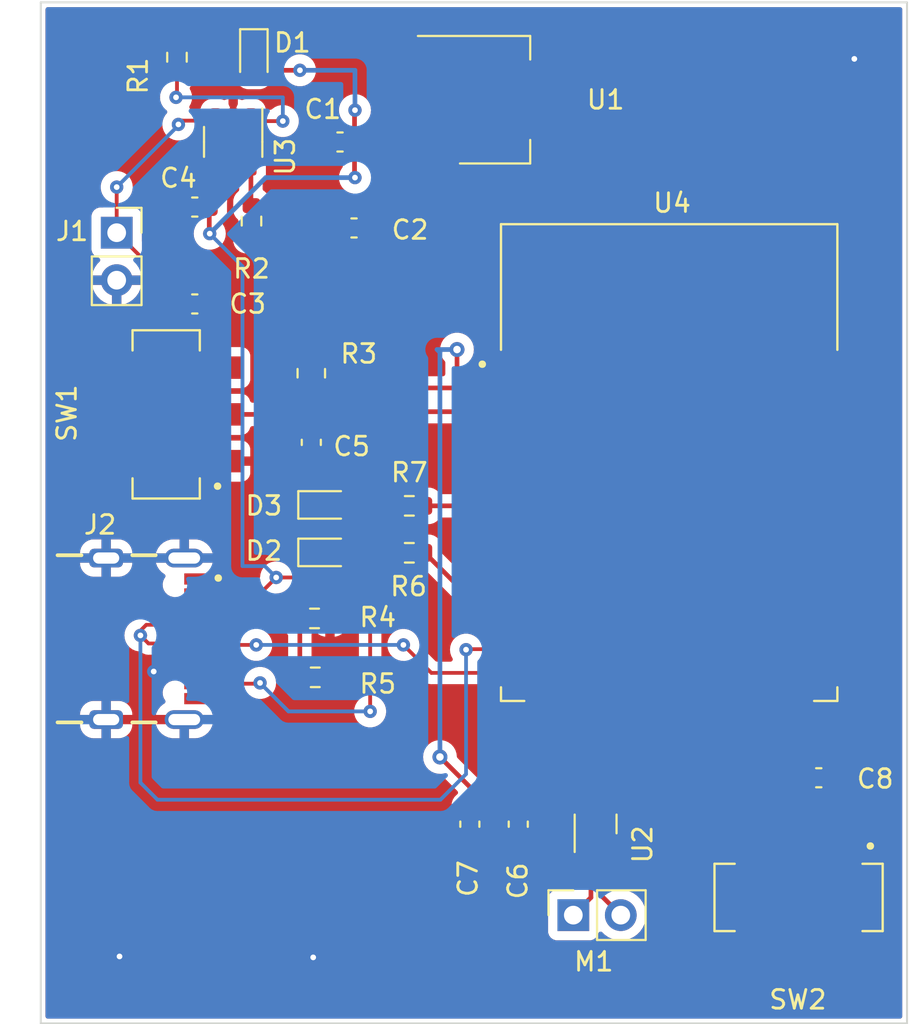
<source format=kicad_pcb>
(kicad_pcb (version 20221018) (generator pcbnew)
  (layers (0 "F.Cu" signal) (31 "B.Cu" signal) (34 "B.Paste" user) (35 "F.Paste" user) (36 "B.SilkS" user "B.Silkscreen") (37 "F.SilkS" user "F.Silkscreen") (38 "B.Mask" user) (39 "F.Mask" user) (44 "Edge.Cuts" user))
  (net 0 "")
  (net 1 "+5V")
  (net 2 "GND")
  (net 3 "motorIn")
  (net 4 "+BATT")
  (net 5 "Net-(U4-EN)")
  (net 6 "Net-(U4-GPIO0)")
  (net 7 "Net-(D1-K)")
  (net 8 "Net-(D2-A)")
  (net 9 "Net-(D3-A)")
  (net 10 "Net-(J2-CC1)")
  (net 11 "D+")
  (net 12 "D-")
  (net 15 "Net-(M1-+)")
  (net 16 "Net-(M1--)")
  (net 17 "Net-(U3-STAT)")
  (net 18 "Net-(U3-PROG)")
  (net 19 "Net-(U4-GPIO8{slash}TOUCH8{slash}ADC1_CH7)")
  (net 20 "Net-(U4-GPIO7{slash}TOUCH7{slash}ADC1_CH6)")
  (net 21 "PH")
  (net 22 "PWM")
  (net 23 "nSleep")
  (footprint "Capacitor_SMD:C_0603_1608Metric" (layer "F.Cu") (at 119.888 121.9578 90)
    (fp_text reference "C5" (at -0.2162 2.159 180) (layer "F.SilkS"))
    (fp_text value ".1uF")
    (fp_line (start -0.14058 -0.51) (end 0.14058 -0.51) (stroke (width 0.12)) (layer "F.SilkS"))
    (fp_line (start -0.14058 0.51) (end 0.14058 0.51) (stroke (width 0.12)) (layer "F.SilkS"))
    (pad "1" smd roundrect (at -0.775 0 90) (size 0.9 0.95) (layers "F.Cu" "F.Paste" "F.Mask") (net 2 "GND"))
    (pad "2" smd roundrect (at 0.775 0 90) (size 0.9 0.95) (layers "F.Cu" "F.Paste" "F.Mask") (net 5 "Net-(U4-EN)"))
  )
  (footprint "Library:GCT_USB4105-GF-A" (layer "F.Cu") (at 108.91 132.465 -90)
    (fp_text reference "J2" (at -6.1 0.325 -180) (layer "F.SilkS"))
    (fp_text value "USB4105-GF-A")
    (fp_line (start -4.47 -2.65) (end -4.47 -1.4) (stroke (width 0.2)) (layer "F.SilkS"))
    (fp_line (start -4.47 1.32) (end -4.47 2.6) (stroke (width 0.2)) (layer "F.SilkS"))
    (fp_line (start 4.47 -2.65) (end 4.47 -1.4) (stroke (width 0.2)) (layer "F.SilkS"))
    (fp_line (start 4.47 2.6) (end 4.47 1.32) (stroke (width 0.2)) (layer "F.SilkS"))
    (fp_circle (center -3.25 -6) (end -3.15 -6) (stroke (width 0.2)) (fill none) (layer "F.SilkS"))
    (pad "" np_thru_hole circle (at -2.89 -3.68 270) (size 0.65 0.65) (drill 0.65) (layers "*.Cu" "*.Mask"))
    (pad "" np_thru_hole circle (at 2.89 -3.68 270) (size 0.65 0.65) (drill 0.65) (layers "*.Cu" "*.Mask"))
    (pad "A1_B12" smd rect (at -3.2 -4.755 270) (size 0.6 1.15) (layers "F.Cu" "F.Paste" "F.Mask") (net 2 "GND"))
    (pad "A4_B9" smd rect (at -2.4 -4.755 270) (size 0.6 1.15) (layers "F.Cu" "F.Paste" "F.Mask") (net 1 "+5V"))
    (pad "A5" smd rect (at -1.25 -4.755 270) (size 0.3 1.15) (layers "F.Cu" "F.Paste" "F.Mask") (net 10 "Net-(J2-CC1)"))
    (pad "A6" smd rect (at -0.25 -4.755 270) (size 0.3 1.15) (layers "F.Cu" "F.Paste" "F.Mask") (net 11 "D+"))
    (pad "A7" smd rect (at 0.25 -4.755 270) (size 0.3 1.15) (layers "F.Cu" "F.Paste" "F.Mask") (net 12 "D-"))
    (pad "A8" smd rect (at 1.25 -4.755 270) (size 0.3 1.15) (layers "F.Cu" "F.Paste" "F.Mask"))
    (pad "B1_A12" smd rect (at 3.2 -4.755 270) (size 0.6 1.15) (layers "F.Cu" "F.Paste" "F.Mask") (net 2 "GND"))
    (pad "B4_A9" smd rect (at 2.4 -4.755 270) (size 0.6 1.15) (layers "F.Cu" "F.Paste" "F.Mask") (net 1 "+5V"))
    (pad "B5" smd rect (at 1.75 -4.755 270) (size 0.3 1.15) (layers "F.Cu" "F.Paste" "F.Mask") (net 2 "GND"))
    (pad "B6" smd rect (at 0.75 -4.755 270) (size 0.3 1.15) (layers "F.Cu" "F.Paste" "F.Mask") (net 11 "D+"))
    (pad "B7" smd rect (at -0.75 -4.755 270) (size 0.3 1.15) (layers "F.Cu" "F.Paste" "F.Mask") (net 12 "D-"))
    (pad "B8" smd rect (at -1.75 -4.755 270) (size 0.3 1.15) (layers "F.Cu" "F.Paste" "F.Mask"))
    (pad "SH1" thru_hole oval (at -4.32 -4.18 270) (size 1 2.1) (drill oval 0.6 1.7) (layers "*.Cu" "*.Mask") (net 2 "GND"))
    (pad "SH2" thru_hole oval (at 4.32 -4.18 270) (size 1 2.1) (drill oval 0.6 1.7) (layers "*.Cu" "*.Mask") (net 2 "GND"))
    (pad "SH3" thru_hole roundrect (at -4.32 0 270) (size 1 1.8) (drill oval 0.6 1.4) (layers "*.Cu" "*.Mask") (net 2 "GND"))
    (pad "SH4" thru_hole roundrect (at 4.32 0 270) (size 1 1.8) (drill oval 0.6 1.4) (layers "*.Cu" "*.Mask") (net 2 "GND"))
  )
  (footprint "Resistor_SMD:R_0603_1608Metric" (layer "F.Cu") (at 120.0997 134.5239 180)
    (fp_text reference "R5" (at -3.3443 -0.3501) (layer "F.SilkS"))
    (fp_text value "5.1 k")
    (fp_line (start -0.237258 -0.5225) (end 0.237258 -0.5225) (stroke (width 0.12)) (layer "F.SilkS"))
    (fp_line (start -0.237258 0.5225) (end 0.237258 0.5225) (stroke (width 0.12)) (layer "F.SilkS"))
    (pad "1" smd roundrect (at -0.825 0 180) (size 0.8 0.95) (layers "F.Cu" "F.Paste" "F.Mask") (net 2 "GND"))
    (pad "2" smd roundrect (at 0.825 0 180) (size 0.8 0.95) (layers "F.Cu" "F.Paste" "F.Mask") (net 10 "Net-(J2-CC1)"))
  )
  (footprint "LED_SMD:LED_0603_1608Metric" (layer "F.Cu") (at 120.6763 127.8428)
    (fp_text reference "D2" (at -3.3283 -0.0808) (layer "F.SilkS"))
    (fp_text value "LED")
    (fp_line (start -1.485 -0.735) (end -1.485 0.735) (stroke (width 0.12)) (layer "F.SilkS"))
    (fp_line (start -1.485 0.735) (end 0.8 0.735) (stroke (width 0.12)) (layer "F.SilkS"))
    (fp_line (start 0.8 -0.735) (end -1.485 -0.735) (stroke (width 0.12)) (layer "F.SilkS"))
    (pad "1" smd roundrect (at -0.7875 0) (size 0.875 0.95) (layers "F.Cu" "F.Paste" "F.Mask") (net 2 "GND"))
    (pad "2" smd roundrect (at 0.7875 0) (size 0.875 0.95) (layers "F.Cu" "F.Paste" "F.Mask") (net 8 "Net-(D2-A)"))
  )
  (footprint "Connector_PinSocket_2.54mm:PinSocket_1x02_P2.54mm_Vertical" (layer "F.Cu") (at 133.9088 147.2438 90)
    (fp_text reference "M1" (at -2.4892 1.0922 180) (layer "F.SilkS"))
    (fp_text value "Motor_DC")
    (fp_line (start -1.33 1.27) (end -1.33 3.87) (stroke (width 0.12)) (layer "F.SilkS"))
    (fp_line (start -1.33 1.27) (end 1.33 1.27) (stroke (width 0.12)) (layer "F.SilkS"))
    (fp_line (start -1.33 3.87) (end 1.33 3.87) (stroke (width 0.12)) (layer "F.SilkS"))
    (fp_line (start 0 -1.33) (end 1.33 -1.33) (stroke (width 0.12)) (layer "F.SilkS"))
    (fp_line (start 1.33 -1.33) (end 1.33 0) (stroke (width 0.12)) (layer "F.SilkS"))
    (fp_line (start 1.33 1.27) (end 1.33 3.87) (stroke (width 0.12)) (layer "F.SilkS"))
    (pad "1" thru_hole rect (at 0 0 90) (size 1.7 1.7) (drill 1) (layers "*.Cu" "*.Mask") (net 15 "Net-(M1-+)"))
    (pad "2" thru_hole oval (at 0 2.54 90) (size 1.7 1.7) (drill 1) (layers "*.Cu" "*.Mask") (net 16 "Net-(M1--)"))
  )
  (footprint "Capacitor_SMD:C_0603_1608Metric" (layer "F.Cu") (at 147.0428 139.8964 180)
    (fp_text reference "C8" (at -3.0204 -0.0576) (layer "F.SilkS"))
    (fp_text value ".1uF")
    (fp_line (start -0.14058 -0.51) (end 0.14058 -0.51) (stroke (width 0.12)) (layer "F.SilkS"))
    (fp_line (start -0.14058 0.51) (end 0.14058 0.51) (stroke (width 0.12)) (layer "F.SilkS"))
    (pad "1" smd roundrect (at -0.775 0 180) (size 0.9 0.95) (layers "F.Cu" "F.Paste" "F.Mask") (net 6 "Net-(U4-GPIO0)"))
    (pad "2" smd roundrect (at 0.775 0 180) (size 0.9 0.95) (layers "F.Cu" "F.Paste" "F.Mask") (net 2 "GND"))
  )
  (footprint "Resistor_SMD:R_0603_1608Metric" (layer "F.Cu") (at 125.1336 125.3536 180)
    (fp_text reference "R7" (at 0 1.7826) (layer "F.SilkS"))
    (fp_text value "165")
    (fp_line (start -0.237258 -0.5225) (end 0.237258 -0.5225) (stroke (width 0.12)) (layer "F.SilkS"))
    (fp_line (start -0.237258 0.5225) (end 0.237258 0.5225) (stroke (width 0.12)) (layer "F.SilkS"))
    (pad "1" smd roundrect (at -0.825 0 180) (size 0.8 0.95) (layers "F.Cu" "F.Paste" "F.Mask") (net 20 "Net-(U4-GPIO7{slash}TOUCH7{slash}ADC1_CH6)"))
    (pad "2" smd roundrect (at 0.825 0 180) (size 0.8 0.95) (layers "F.Cu" "F.Paste" "F.Mask") (net 9 "Net-(D3-A)"))
  )
  (footprint "Capacitor_SMD:C_0603_1608Metric" (layer "F.Cu") (at 113.6526 109.3726 180)
    (fp_text reference "C4" (at 0.8766 1.5496) (layer "F.SilkS"))
    (fp_text value "4.7 uF")
    (fp_line (start -0.14058 -0.51) (end 0.14058 -0.51) (stroke (width 0.12)) (layer "F.SilkS"))
    (fp_line (start -0.14058 0.51) (end 0.14058 0.51) (stroke (width 0.12)) (layer "F.SilkS"))
    (pad "1" smd roundrect (at -0.775 0 180) (size 0.9 0.95) (layers "F.Cu" "F.Paste" "F.Mask") (net 1 "+5V"))
    (pad "2" smd roundrect (at 0.775 0 180) (size 0.9 0.95) (layers "F.Cu" "F.Paste" "F.Mask") (net 2 "GND"))
  )
  (footprint "Resistor_SMD:R_0603_1608Metric" (layer "F.Cu") (at 125.1336 127.8636)
    (fp_text reference "R6" (at -0.0386 1.8034) (layer "F.SilkS"))
    (fp_text value "165")
    (fp_line (start -0.237258 -0.5225) (end 0.237258 -0.5225) (stroke (width 0.12)) (layer "F.SilkS"))
    (fp_line (start -0.237258 0.5225) (end 0.237258 0.5225) (stroke (width 0.12)) (layer "F.SilkS"))
    (pad "1" smd roundrect (at -0.825 0) (size 0.8 0.95) (layers "F.Cu" "F.Paste" "F.Mask") (net 8 "Net-(D2-A)"))
    (pad "2" smd roundrect (at 0.825 0) (size 0.8 0.95) (layers "F.Cu" "F.Paste" "F.Mask") (net 19 "Net-(U4-GPIO8{slash}TOUCH8{slash}ADC1_CH7)"))
  )
  (footprint "Resistor_SMD:R_0603_1608Metric" (layer "F.Cu") (at 120.0611 131.3743)
    (fp_text reference "R4" (at 3.3829 -0.0563) (layer "F.SilkS"))
    (fp_text value "5.1 k")
    (fp_line (start -0.237258 -0.5225) (end 0.237258 -0.5225) (stroke (width 0.12)) (layer "F.SilkS"))
    (fp_line (start -0.237258 0.5225) (end 0.237258 0.5225) (stroke (width 0.12)) (layer "F.SilkS"))
    (pad "1" smd roundrect (at -0.825 0) (size 0.8 0.95) (layers "F.Cu" "F.Paste" "F.Mask") (net 10 "Net-(J2-CC1)"))
    (pad "2" smd roundrect (at 0.825 0) (size 0.8 0.95) (layers "F.Cu" "F.Paste" "F.Mask") (net 2 "GND"))
  )
  (footprint "Package_TO_SOT_SMD:SOT-23-5" (layer "F.Cu") (at 115.7072 105.8873 -90)
    (fp_text reference "U3" (at 0.7927 -2.7838 90) (layer "F.SilkS"))
    (fp_text value "MCP73831-2-OT")
    (fp_line (start 0 -1.56) (end -1.8 -1.56) (stroke (width 0.12)) (layer "F.SilkS"))
    (fp_line (start 0 -1.56) (end 0.8 -1.56) (stroke (width 0.12)) (layer "F.SilkS"))
    (fp_line (start 0 1.56) (end -0.8 1.56) (stroke (width 0.12)) (layer "F.SilkS"))
    (fp_line (start 0 1.56) (end 0.8 1.56) (stroke (width 0.12)) (layer "F.SilkS"))
    (pad "1" smd roundrect (at -1.1375 -0.95 270) (size 1.325 0.6) (layers "F.Cu" "F.Paste" "F.Mask") (net 17 "Net-(U3-STAT)"))
    (pad "2" smd roundrect (at -1.1375 0 270) (size 1.325 0.6) (layers "F.Cu" "F.Paste" "F.Mask") (net 2 "GND"))
    (pad "3" smd roundrect (at -1.1375 0.95 270) (size 1.325 0.6) (layers "F.Cu" "F.Paste" "F.Mask") (net 4 "+BATT"))
    (pad "4" smd roundrect (at 1.1375 0.95 270) (size 1.325 0.6) (layers "F.Cu" "F.Paste" "F.Mask") (net 1 "+5V"))
    (pad "5" smd roundrect (at 1.1375 -0.95 270) (size 1.325 0.6) (layers "F.Cu" "F.Paste" "F.Mask") (net 18 "Net-(U3-PROG)"))
  )
  (footprint "Connector_PinSocket_2.54mm:PinSocket_1x02_P2.54mm_Vertical" (layer "F.Cu") (at 109.474 110.744)
    (fp_text reference "J1" (at -2.3876 -0.0764) (layer "F.SilkS"))
    (fp_text value "Conn_01x02_Pin")
    (fp_line (start -1.33 1.27) (end -1.33 3.87) (stroke (width 0.12)) (layer "F.SilkS"))
    (fp_line (start -1.33 1.27) (end 1.33 1.27) (stroke (width 0.12)) (layer "F.SilkS"))
    (fp_line (start -1.33 3.87) (end 1.33 3.87) (stroke (width 0.12)) (layer "F.SilkS"))
    (fp_line (start 0 -1.33) (end 1.33 -1.33) (stroke (width 0.12)) (layer "F.SilkS"))
    (fp_line (start 1.33 -1.33) (end 1.33 0) (stroke (width 0.12)) (layer "F.SilkS"))
    (fp_line (start 1.33 1.27) (end 1.33 3.87) (stroke (width 0.12)) (layer "F.SilkS"))
    (pad "1" thru_hole rect (at 0 0) (size 1.7 1.7) (drill 1) (layers "*.Cu" "*.Mask") (net 4 "+BATT"))
    (pad "2" thru_hole oval (at 0 2.54) (size 1.7 1.7) (drill 1) (layers "*.Cu" "*.Mask") (net 2 "GND"))
  )
  (footprint "Resistor_SMD:R_0603_1608Metric" (layer "F.Cu") (at 116.6876 110.1224 -90)
    (fp_text reference "R2" (at 2.552 0 -180) (layer "F.SilkS"))
    (fp_text value "2000")
    (fp_line (start -0.237258 -0.5225) (end 0.237258 -0.5225) (stroke (width 0.12)) (layer "F.SilkS"))
    (fp_line (start -0.237258 0.5225) (end 0.237258 0.5225) (stroke (width 0.12)) (layer "F.SilkS"))
    (pad "1" smd roundrect (at -0.825 0 270) (size 0.8 0.95) (layers "F.Cu" "F.Paste" "F.Mask") (net 18 "Net-(U3-PROG)"))
    (pad "2" smd roundrect (at 0.825 0 270) (size 0.8 0.95) (layers "F.Cu" "F.Paste" "F.Mask") (net 2 "GND"))
  )
  (footprint "vibration circuit:SW_JS202011SCQN" (layer "F.Cu") (at 145.963 146.2972 180)
    (fp_text reference "SW2" (at 0.04 -5.4678) (layer "F.SilkS"))
    (fp_text value "Boot")
    (fp_line (start -4.5 -1.8) (end -4.5 1.8) (stroke (width 0.127)) (layer "F.SilkS"))
    (fp_line (start -4.5 1.8) (end -3.42 1.8) (stroke (width 0.127)) (layer "F.SilkS"))
    (fp_line (start -3.42 -1.8) (end -4.5 -1.8) (stroke (width 0.127)) (layer "F.SilkS"))
    (fp_line (start 3.42 1.8) (end 4.5 1.8) (stroke (width 0.127)) (layer "F.SilkS"))
    (fp_line (start 4.5 -1.8) (end 3.42 -1.8) (stroke (width 0.127)) (layer "F.SilkS"))
    (fp_line (start 4.5 1.8) (end 4.5 -1.8) (stroke (width 0.127)) (layer "F.SilkS"))
    (fp_circle (center -3.84 2.75) (end -3.74 2.75) (stroke (width 0.2)) (fill none) (layer "F.SilkS"))
    (pad "1" smd rect (at -2.5 2.75 180) (size 1.2 2.5) (layers "F.Cu" "F.Paste" "F.Mask") (net 6 "Net-(U4-GPIO0)"))
    (pad "2" smd rect (at 0 2.75 180) (size 1.2 2.5) (layers "F.Cu" "F.Paste" "F.Mask") (net 2 "GND"))
    (pad "3" smd rect (at 2.5 2.75 180) (size 1.2 2.5) (layers "F.Cu" "F.Paste" "F.Mask"))
    (pad "4" smd rect (at -2.5 -2.75 180) (size 1.2 2.5) (layers "F.Cu" "F.Paste" "F.Mask"))
    (pad "5" smd rect (at 0 -2.75 180) (size 1.2 2.5) (layers "F.Cu" "F.Paste" "F.Mask"))
    (pad "6" smd rect (at 2.5 -2.75 180) (size 1.2 2.5) (layers "F.Cu" "F.Paste" "F.Mask"))
  )
  (footprint "Capacitor_SMD:C_0603_1608Metric" (layer "F.Cu") (at 128.3716 142.3794 90)
    (fp_text reference "C7" (at -2.9086 -0.1016 90) (layer "F.SilkS"))
    (fp_text value ".1uF")
    (fp_line (start -0.14058 -0.51) (end 0.14058 -0.51) (stroke (width 0.12)) (layer "F.SilkS"))
    (fp_line (start -0.14058 0.51) (end 0.14058 0.51) (stroke (width 0.12)) (layer "F.SilkS"))
    (pad "1" smd roundrect (at -0.775 0 90) (size 0.9 0.95) (layers "F.Cu" "F.Paste" "F.Mask") (net 2 "GND"))
    (pad "2" smd roundrect (at 0.775 0 90) (size 0.9 0.95) (layers "F.Cu" "F.Paste" "F.Mask") (net 3 "motorIn"))
  )
  (footprint "vibration circuit:XCVR_ESP32-S2-SOLO-N4" (layer "F.Cu") (at 139.038 123.0384)
    (fp_text reference "U4" (at 0.154 -13.885) (layer "F.SilkS"))
    (fp_text value "ESP32-S2-SOLO")
    (fp_line (start -9 -12.75) (end 9 -12.75) (stroke (width 0.127)) (layer "F.SilkS"))
    (fp_line (start -9 -6.03) (end -9 -12.75) (stroke (width 0.127)) (layer "F.SilkS"))
    (fp_line (start -9 12.75) (end -9 12.02) (stroke (width 0.127)) (layer "F.SilkS"))
    (fp_line (start -7.755 12.75) (end -9 12.75) (stroke (width 0.127)) (layer "F.SilkS"))
    (fp_line (start 9 -12.75) (end 9 -6.03) (stroke (width 0.127)) (layer "F.SilkS"))
    (fp_line (start 9 12.75) (end 7.755 12.75) (stroke (width 0.127)) (layer "F.SilkS"))
    (fp_line (start 9 12.75) (end 9 12.02) (stroke (width 0.127)) (layer "F.SilkS"))
    (fp_circle (center -10 -5.26) (end -9.9 -5.26) (stroke (width 0.2)) (fill none) (layer "F.SilkS"))
    (pad "1" smd rect (at -8.75 -5.26) (size 1.5 0.9) (layers "F.Cu" "F.Paste" "F.Mask") (net 2 "GND"))
    (pad "2" smd rect (at -8.75 -3.99) (size 1.5 0.9) (layers "F.Cu" "F.Paste" "F.Mask") (net 3 "motorIn"))
    (pad "3" smd rect (at -8.75 -2.72) (size 1.5 0.9) (layers "F.Cu" "F.Paste" "F.Mask") (net 5 "Net-(U4-EN)"))
    (pad "4" smd rect (at -8.75 -1.45) (size 1.5 0.9) (layers "F.Cu" "F.Paste" "F.Mask"))
    (pad "5" smd rect (at -8.75 -0.18) (size 1.5 0.9) (layers "F.Cu" "F.Paste" "F.Mask"))
    (pad "6" smd rect (at -8.75 1.09) (size 1.5 0.9) (layers "F.Cu" "F.Paste" "F.Mask"))
    (pad "7" smd rect (at -8.75 2.36) (size 1.5 0.9) (layers "F.Cu" "F.Paste" "F.Mask") (net 20 "Net-(U4-GPIO7{slash}TOUCH7{slash}ADC1_CH6)"))
    (pad "8" smd rect (at -8.75 3.63) (size 1.5 0.9) (layers "F.Cu" "F.Paste" "F.Mask"))
    (pad "9" smd rect (at -8.75 4.9) (size 1.5 0.9) (layers "F.Cu" "F.Paste" "F.Mask"))
    (pad "10" smd rect (at -8.75 6.17) (size 1.5 0.9) (layers "F.Cu" "F.Paste" "F.Mask"))
    (pad "11" smd rect (at -8.75 7.44) (size 1.5 0.9) (layers "F.Cu" "F.Paste" "F.Mask"))
    (pad "12" smd rect (at -8.75 8.71) (size 1.5 0.9) (layers "F.Cu" "F.Paste" "F.Mask") (net 19 "Net-(U4-GPIO8{slash}TOUCH8{slash}ADC1_CH7)"))
    (pad "13" smd rect (at -8.75 9.98) (size 1.5 0.9) (layers "F.Cu" "F.Paste" "F.Mask") (net 12 "D-"))
    (pad "14" smd rect (at -8.75 11.25) (size 1.5 0.9) (layers "F.Cu" "F.Paste" "F.Mask") (net 11 "D+"))
    (pad "15" smd rect (at -6.985 12.5) (size 0.9 1.5) (layers "F.Cu" "F.Paste" "F.Mask"))
    (pad "16" smd rect (at -5.715 12.5) (size 0.9 1.5) (layers "F.Cu" "F.Paste" "F.Mask"))
    (pad "17" smd rect (at -4.445 12.5) (size 0.9 1.5) (layers "F.Cu" "F.Paste" "F.Mask") (net 23 "nSleep"))
    (pad "18" smd rect (at -3.175 12.5) (size 0.9 1.5) (layers "F.Cu" "F.Paste" "F.Mask") (net 22 "PWM"))
    (pad "19" smd rect (at -1.905 12.5) (size 0.9 1.5) (layers "F.Cu" "F.Paste" "F.Mask") (net 21 "PH"))
    (pad "20" smd rect (at -0.635 12.5) (size 0.9 1.5) (layers "F.Cu" "F.Paste" "F.Mask"))
    (pad "21" smd rect (at 0.635 12.5) (size 0.9 1.5) (layers "F.Cu" "F.Paste" "F.Mask"))
    (pad "22" smd rect (at 1.905 12.5) (size 0.9 1.5) (layers "F.Cu" "F.Paste" "F.Mask"))
    (pad "23" smd rect (at 3.175 12.5) (size 0.9 1.5) (layers "F.Cu" "F.Paste" "F.Mask"))
    (pad "24" smd rect (at 4.445 12.5) (size 0.9 1.5) (layers "F.Cu" "F.Paste" "F.Mask"))
    (pad "25" smd rect (at 5.715 12.5) (size 0.9 1.5) (layers "F.Cu" "F.Paste" "F.Mask"))
    (pad "26" smd rect (at 6.985 12.5) (size 0.9 1.5) (layers "F.Cu" "F.Paste" "F.Mask"))
    (pad "27" smd rect (at 8.75 11.25) (size 1.5 0.9) (layers "F.Cu" "F.Paste" "F.Mask") (net 6 "Net-(U4-GPIO0)"))
    (pad "28" smd rect (at 8.75 9.98) (size 1.5 0.9) (layers "F.Cu" "F.Paste" "F.Mask"))
    (pad "29" smd rect (at 8.75 8.71) (size 1.5 0.9) (layers "F.Cu" "F.Paste" "F.Mask"))
    (pad "30" smd rect (at 8.75 7.44) (size 1.5 0.9) (layers "F.Cu" "F.Paste" "F.Mask"))
    (pad "31" smd rect (at 8.75 6.17) (size 1.5 0.9) (layers "F.Cu" "F.Paste" "F.Mask"))
    (pad "32" smd rect (at 8.75 4.9) (size 1.5 0.9) (layers "F.Cu" "F.Paste" "F.Mask"))
    (pad "33" smd rect (at 8.75 3.63) (size 1.5 0.9) (layers "F.Cu" "F.Paste" "F.Mask"))
    (pad "34" smd rect (at 8.75 2.36) (size 1.5 0.9) (layers "F.Cu" "F.Paste" "F.Mask"))
    (pad "35" smd rect (at 8.75 1.09) (size 1.5 0.9) (layers "F.Cu" "F.Paste" "F.Mask"))
    (pad "36" smd rect (at 8.75 -0.18) (size 1.5 0.9) (layers "F.Cu" "F.Paste" "F.Mask"))
    (pad "37" smd rect (at 8.75 -1.45) (size 1.5 0.9) (layers "F.Cu" "F.Paste" "F.Mask"))
    (pad "38" smd rect (at 8.75 -2.72) (size 1.5 0.9) (layers "F.Cu" "F.Paste" "F.Mask"))
    (pad "39" smd rect (at 8.75 -3.99) (size 1.5 0.9) (layers "F.Cu" "F.Paste" "F.Mask"))
    (pad "40" smd rect (at 8.75 -5.26) (size 1.5 0.9) (layers "F.Cu" "F.Paste" "F.Mask") (net 2 "GND"))
    (pad "41_1" smd rect (at -2.9 1.06) (size 0.9 0.9) (layers "F.Cu" "F.Paste" "F.Mask"))
    (pad "41_2" smd rect (at -1.5 1.06) (size 0.9 0.9) (layers "F.Cu" "F.Paste" "F.Mask"))
    (pad "41_3" smd rect (at -0.1 1.06) (size 0.9 0.9) (layers "F.Cu" "F.Paste" "F.Mask"))
    (pad "41_4" smd rect (at -2.9 2.46) (size 0.9 0.9) (layers "F.Cu" "F.Paste" "F.Mask"))
    (pad "41_5" smd rect (at -1.5 2.46) (size 0.9 0.9) (layers "F.Cu" "F.Paste" "F.Mask"))
    (pad "41_6" smd rect (at -0.1 2.46) (size 0.9 0.9) (layers "F.Cu" "F.Paste" "F.Mask"))
    (pad "41_7" smd rect (at -2.9 3.86) (size 0.9 0.9) (layers "F.Cu" "F.Paste" "F.Mask"))
    (pad "41_8" smd rect (at -1.5 3.86) (size 0.9 0.9) (layers "F.Cu" "F.Paste" "F.Mask" "Dwgs.User"))
    (pad "41_9" smd rect (at -0.1 3.86) (size 0.9 0.9) (layers "F.Cu" "F.Paste" "F.Mask"))
    (zone (net 0) (net_name "") (layer "F.Cu") (connect_pads (clearance 0)) (min_thickness 0.01)
      (keepout (tracks not_allowed) (vias not_allowed) (pads not_allowed) (copperpour not_allowed) (footprints allowed))
      (fill (thermal_gap 0.508) (thermal_bridge_width 0.508))
      (polygon (pts (xy 130.038 110.2884) (xy 148.038 110.2884) (xy 148.038 116.2884) (xy 130.038 116.2884)))
    )
  )
  (footprint "Capacitor_SMD:C_0603_1608Metric" (layer "F.Cu") (at 122.174 110.49)
    (fp_text reference "C2" (at 2.9972 0.1016) (layer "F.SilkS"))
    (fp_text value "10uF")
    (fp_line (start -0.14058 -0.51) (end 0.14058 -0.51) (stroke (width 0.12)) (layer "F.SilkS"))
    (fp_line (start -0.14058 0.51) (end 0.14058 0.51) (stroke (width 0.12)) (layer "F.SilkS"))
    (pad "1" smd roundrect (at -0.775 0) (size 0.9 0.95) (layers "F.Cu" "F.Paste" "F.Mask") (net 3 "motorIn"))
    (pad "2" smd roundrect (at 0.775 0) (size 0.9 0.95) (layers "F.Cu" "F.Paste" "F.Mask") (net 2 "GND"))
  )
  (footprint "Package_TO_SOT_SMD:SOT-223-3_TabPin2" (layer "F.Cu") (at 129.692 103.632)
    (fp_text reference "U1" (at 5.944 0) (layer "F.SilkS"))
    (fp_text value "LD1117S33TR_SOT223")
    (fp_line (start -4.1 -3.41) (end 1.91 -3.41) (stroke (width 0.12)) (layer "F.SilkS"))
    (fp_line (start -1.85 3.41) (end 1.91 3.41) (stroke (width 0.12)) (layer "F.SilkS"))
    (fp_line (start 1.91 -3.41) (end 1.91 -2.15) (stroke (width 0.12)) (layer "F.SilkS"))
    (fp_line (start 1.91 3.41) (end 1.91 2.15) (stroke (width 0.12)) (layer "F.SilkS"))
    (pad "1" smd rect (at -3.15 -2.3) (size 2 1.5) (layers "F.Cu" "F.Paste" "F.Mask") (net 2 "GND"))
    (pad "2" smd rect (at -3.15 0) (size 2 1.5) (layers "F.Cu" "F.Paste" "F.Mask") (net 3 "motorIn"))
    (pad "2" smd rect (at 3.15 0) (size 2 3.8) (layers "F.Cu" "F.Paste" "F.Mask") (net 3 "motorIn"))
    (pad "3" smd rect (at -3.15 2.3) (size 2 1.5) (layers "F.Cu" "F.Paste" "F.Mask") (net 1 "+5V"))
  )
  (footprint "Capacitor_SMD:C_0603_1608Metric" (layer "F.Cu") (at 130.9624 142.3794 90)
    (fp_text reference "C6" (at -3.0356 -0.0254 90) (layer "F.SilkS"))
    (fp_text value "1uF")
    (fp_line (start -0.14058 -0.51) (end 0.14058 -0.51) (stroke (width 0.12)) (layer "F.SilkS"))
    (fp_line (start -0.14058 0.51) (end 0.14058 0.51) (stroke (width 0.12)) (layer "F.SilkS"))
    (pad "1" smd roundrect (at -0.775 0 90) (size 0.9 0.95) (layers "F.Cu" "F.Paste" "F.Mask") (net 2 "GND"))
    (pad "2" smd roundrect (at 0.775 0 90) (size 0.9 0.95) (layers "F.Cu" "F.Paste" "F.Mask") (net 3 "motorIn"))
  )
  (footprint "Capacitor_SMD:C_0603_1608Metric" (layer "F.Cu") (at 113.6526 114.554)
    (fp_text reference "C3" (at 2.8318 0) (layer "F.SilkS"))
    (fp_text value "4.7 uF")
    (fp_line (start -0.14058 -0.51) (end 0.14058 -0.51) (stroke (width 0.12)) (layer "F.SilkS"))
    (fp_line (start -0.14058 0.51) (end 0.14058 0.51) (stroke (width 0.12)) (layer "F.SilkS"))
    (pad "1" smd roundrect (at -0.775 0) (size 0.9 0.95) (layers "F.Cu" "F.Paste" "F.Mask") (net 4 "+BATT"))
    (pad "2" smd roundrect (at 0.775 0) (size 0.9 0.95) (layers "F.Cu" "F.Paste" "F.Mask") (net 2 "GND"))
  )
  (footprint "LED_SMD:LED_0603_1608Metric" (layer "F.Cu") (at 116.8146 101.3459 -90)
    (fp_text reference "D1" (at -0.7619 -2.0574 -180) (layer "F.SilkS"))
    (fp_text value "LED")
    (fp_line (start -1.485 -0.735) (end -1.485 0.735) (stroke (width 0.12)) (layer "F.SilkS"))
    (fp_line (start -1.485 0.735) (end 0.8 0.735) (stroke (width 0.12)) (layer "F.SilkS"))
    (fp_line (start 0.8 -0.735) (end -1.485 -0.735) (stroke (width 0.12)) (layer "F.SilkS"))
    (pad "1" smd roundrect (at -0.7875 0 270) (size 0.875 0.95) (layers "F.Cu" "F.Paste" "F.Mask") (net 7 "Net-(D1-K)"))
    (pad "2" smd roundrect (at 0.7875 0 270) (size 0.875 0.95) (layers "F.Cu" "F.Paste" "F.Mask") (net 1 "+5V"))
  )
  (footprint "Resistor_SMD:R_0603_1608Metric" (layer "F.Cu") (at 112.6998 101.3592 -90)
    (fp_text reference "R1" (at 1.0028 2.0828 90) (layer "F.SilkS"))
    (fp_text value "470")
    (fp_line (start -0.237258 -0.5225) (end 0.237258 -0.5225) (stroke (width 0.12)) (layer "F.SilkS"))
    (fp_line (start -0.237258 0.5225) (end 0.237258 0.5225) (stroke (width 0.12)) (layer "F.SilkS"))
    (pad "1" smd roundrect (at -0.825 0 270) (size 0.8 0.95) (layers "F.Cu" "F.Paste" "F.Mask") (net 7 "Net-(D1-K)"))
    (pad "2" smd roundrect (at 0.825 0 270) (size 0.8 0.95) (layers "F.Cu" "F.Paste" "F.Mask") (net 17 "Net-(U3-STAT)"))
  )
  (footprint "vibration circuit:SW_JS202011SCQN" (layer "F.Cu") (at 112.1224 120.4614 90)
    (fp_text reference "SW1" (at 0.0654 -5.3154 90) (layer "F.SilkS"))
    (fp_text value "Reset")
    (fp_line (start -4.5 -1.8) (end -4.5 1.8) (stroke (width 0.127)) (layer "F.SilkS"))
    (fp_line (start -4.5 1.8) (end -3.42 1.8) (stroke (width 0.127)) (layer "F.SilkS"))
    (fp_line (start -3.42 -1.8) (end -4.5 -1.8) (stroke (width 0.127)) (layer "F.SilkS"))
    (fp_line (start 3.42 1.8) (end 4.5 1.8) (stroke (width 0.127)) (layer "F.SilkS"))
    (fp_line (start 4.5 -1.8) (end 3.42 -1.8) (stroke (width 0.127)) (layer "F.SilkS"))
    (fp_line (start 4.5 1.8) (end 4.5 -1.8) (stroke (width 0.127)) (layer "F.SilkS"))
    (fp_circle (center -3.84 2.75) (end -3.74 2.75) (stroke (width 0.2)) (fill none) (layer "F.SilkS"))
    (pad "1" smd rect (at -2.5 2.75 90) (size 1.2 2.5) (layers "F.Cu" "F.Paste" "F.Mask") (net 2 "GND"))
    (pad "2" smd rect (at 0 2.75 90) (size 1.2 2.5) (layers "F.Cu" "F.Paste" "F.Mask") (net 5 "Net-(U4-EN)"))
    (pad "3" smd rect (at 2.5 2.75 90) (size 1.2 2.5) (layers "F.Cu" "F.Paste" "F.Mask"))
    (pad "4" smd rect (at -2.5 -2.75 90) (size 1.2 2.5) (layers "F.Cu" "F.Paste" "F.Mask"))
    (pad "5" smd rect (at 0 -2.75 90) (size 1.2 2.5) (layers "F.Cu" "F.Paste" "F.Mask"))
    (pad "6" smd rect (at 2.5 -2.75 90) (size 1.2 2.5) (layers "F.Cu" "F.Paste" "F.Mask"))
  )
  (footprint "Package_SON:WSON-8-1EP_2x2mm_P0.5mm_EP0.9x1.6mm" (layer "F.Cu") (at 135.1016 142.3666 90)
    (fp_text reference "U2" (at -1.0926 2.5156 90) (layer "F.SilkS"))
    (fp_text value "DRV8837DSGR")
    (fp_line (start -1.5 -1.12) (end 0.5 -1.12) (stroke (width 0.12)) (layer "F.SilkS"))
    (fp_line (start 0.5 1.12) (end -0.5 1.12) (stroke (width 0.12)) (layer "F.SilkS"))
    (pad "1" smd rect (at -0.95 -0.75 90) (size 0.5 0.25) (layers "F.Cu" "F.Paste" "F.Mask") (net 3 "motorIn"))
    (pad "2" smd rect (at -0.95 -0.25 90) (size 0.5 0.25) (layers "F.Cu" "F.Paste" "F.Mask") (net 15 "Net-(M1-+)"))
    (pad "3" smd rect (at -0.95 0.25 90) (size 0.5 0.25) (layers "F.Cu" "F.Paste" "F.Mask") (net 16 "Net-(M1--)"))
    (pad "4" smd rect (at -0.95 0.75 90) (size 0.5 0.25) (layers "F.Cu" "F.Paste" "F.Mask") (net 2 "GND"))
    (pad "5" smd rect (at 0.95 0.75 90) (size 0.5 0.25) (layers "F.Cu" "F.Paste" "F.Mask") (net 21 "PH"))
    (pad "6" smd rect (at 0.95 0.25 90) (size 0.5 0.25) (layers "F.Cu" "F.Paste" "F.Mask") (net 22 "PWM"))
    (pad "7" smd rect (at 0.95 -0.25 90) (size 0.5 0.25) (layers "F.Cu" "F.Paste" "F.Mask") (net 23 "nSleep"))
    (pad "8" smd rect (at 0.95 -0.75 90) (size 0.5 0.25) (layers "F.Cu" "F.Paste" "F.Mask") (net 3 "motorIn"))
    (pad "9" smd rect (at 0 0 90) (size 0.9 1.6) (layers "F.Cu" "F.Mask"))
  )
  (footprint "LED_SMD:LED_0603_1608Metric" (layer "F.Cu") (at 120.6763 125.3028)
    (fp_text reference "D3" (at -3.3283 0.0462) (layer "F.SilkS"))
    (fp_text value "LED")
    (fp_line (start -1.485 -0.735) (end -1.485 0.735) (stroke (width 0.12)) (layer "F.SilkS"))
    (fp_line (start -1.485 0.735) (end 0.8 0.735) (stroke (width 0.12)) (layer "F.SilkS"))
    (fp_line (start 0.8 -0.735) (end -1.485 -0.735) (stroke (width 0.12)) (layer "F.SilkS"))
    (pad "1" smd roundrect (at -0.7875 0) (size 0.875 0.95) (layers "F.Cu" "F.Paste" "F.Mask") (net 2 "GND"))
    (pad "2" smd roundrect (at 0.7875 0) (size 0.875 0.95) (layers "F.Cu" "F.Paste" "F.Mask") (net 9 "Net-(D3-A)"))
  )
  (footprint "Capacitor_SMD:C_0603_1608Metric" (layer "F.Cu") (at 121.425 105.8926 180)
    (fp_text reference "C1" (at 0.9274 1.7526) (layer "F.SilkS"))
    (fp_text value ".1uF")
    (fp_line (start -0.14058 -0.51) (end 0.14058 -0.51) (stroke (width 0.12)) (layer "F.SilkS"))
    (fp_line (start -0.14058 0.51) (end 0.14058 0.51) (stroke (width 0.12)) (layer "F.SilkS"))
    (pad "1" smd roundrect (at -0.775 0 180) (size 0.9 0.95) (layers "F.Cu" "F.Paste" "F.Mask") (net 1 "+5V"))
    (pad "2" smd roundrect (at 0.775 0 180) (size 0.9 0.95) (layers "F.Cu" "F.Paste" "F.Mask") (net 2 "GND"))
  )
  (footprint "Resistor_SMD:R_0805_2012Metric" (layer "F.Cu") (at 119.888 118.2605 -90)
    (fp_text reference "R3" (at -1.0395 -2.54 -180) (layer "F.SilkS"))
    (fp_text value "10k")
    (fp_line (start -0.227064 -0.735) (end 0.227064 -0.735) (stroke (width 0.12)) (layer "F.SilkS"))
    (fp_line (start -0.227064 0.735) (end 0.227064 0.735) (stroke (width 0.12)) (layer "F.SilkS"))
    (pad "1" smd roundrect (at -0.9125 0 270) (size 1.025 1.4) (layers "F.Cu" "F.Paste" "F.Mask") (roundrect_rratio 0.243902439) (net 3 "motorIn"))
    (pad "2" smd roundrect (at 0.9125 0 270) (size 1.025 1.4) (layers "F.Cu" "F.Paste" "F.Mask") (roundrect_rratio 0.243902439) (net 5 "Net-(U4-EN)"))
  )
  (gr_line (start 105.41 153.035) (end 105.41 98.425) (stroke (width 0.1)) (layer "Edge.Cuts"))
  (gr_line (start 105.41 98.425) (end 151.765 98.425) (stroke (width 0.1)) (layer "Edge.Cuts"))
  (gr_line (start 151.765 98.425) (end 151.765 153.035) (stroke (width 0.1)) (layer "Edge.Cuts"))
  (gr_line (start 151.765 153.035) (end 105.41 153.035) (stroke (width 0.1)) (layer "Edge.Cuts"))
  (segment (start 123.0376 129.2352) (end 123.0376 136.3472) (width 0.2032) (layer "F.Cu") (net 1))
  (segment (start 114.4276 109.3726) (end 114.4276 110.77) (width 0.25) (layer "F.Cu") (net 1))
  (segment (start 122.2 104.2156) (end 122.2248 104.1908) (width 0.25) (layer "F.Cu") (net 1))
  (segment (start 122.2 107.7728) (end 122.2248 107.7976) (width 0.25) (layer "F.Cu") (net 1))
  (segment (start 122.9868 129.1844) (end 123.0376 129.2352) (width 0.2032) (layer "F.Cu") (net 1))
  (segment (start 117.103 134.865) (end 113.665 134.865) (width 0.2032) (layer "F.Cu") (net 1))
  (segment (start 122.2 105.8926) (end 122.2 104.2156) (width 0.25) (layer "F.Cu") (net 1))
  (segment (start 122.2 105.8926) (end 126.5026 105.8926) (width 0.25) (layer "F.Cu") (net 1))
  (segment (start 114.4276 110.77) (end 114.4524 110.7948) (width 0.25) (layer "F.Cu") (net 1))
  (segment (start 114.7572 107.0248) (end 114.7572 109.043) (width 0.25) (layer "F.Cu") (net 1))
  (segment (start 118.0084 129.1844) (end 122.9868 129.1844) (width 0.2032) (layer "F.Cu") (net 1))
  (segment (start 118.0084 129.1844) (end 117.1278 130.065) (width 0.2032) (layer "F.Cu") (net 1))
  (segment (start 122.2 105.8926) (end 122.2 107.7728) (width 0.25) (layer "F.Cu") (net 1))
  (segment (start 117.1448 134.8232) (end 117.103 134.865) (width 0.2032) (layer "F.Cu") (net 1))
  (segment (start 122.2 105.8926) (end 121.909052 105.8926) (width 0.25) (layer "F.Cu") (net 1))
  (segment (start 126.5026 105.8926) (end 126.542 105.932) (width 0.25) (layer "F.Cu") (net 1))
  (segment (start 114.7572 109.043) (end 114.4276 109.3726) (width 0.25) (layer "F.Cu") (net 1))
  (segment (start 117.1278 130.065) (end 113.665 130.065) (width 0.2032) (layer "F.Cu") (net 1))
  (segment (start 119.2784 102.0572) (end 116.8908 102.0572) (width 0.25) (layer "F.Cu") (net 1))
  (segment (start 116.8908 102.0572) (end 116.8146 102.1334) (width 0.25) (layer "F.Cu") (net 1))
  (via (at 117.1448 134.8232) (size 0.7112) (drill 0.3048) (layers "F.Cu" "B.Cu") (net 1))
  (via (at 122.2248 104.1908) (size 0.7112) (drill 0.3048) (layers "F.Cu" "B.Cu") (net 1))
  (via (at 119.2784 102.0572) (size 0.7112) (drill 0.3048) (layers "F.Cu" "B.Cu") (net 1))
  (via (at 123.0376 136.3472) (size 0.7112) (drill 0.3048) (layers "F.Cu" "B.Cu") (net 1))
  (via (at 114.4524 110.7948) (size 0.7112) (drill 0.3048) (layers "F.Cu" "B.Cu") (net 1))
  (via (at 122.2248 107.7976) (size 0.7112) (drill 0.3048) (layers "F.Cu" "B.Cu") (net 1))
  (via (at 118.0084 129.1844) (size 0.7112) (drill 0.3048) (layers "F.Cu" "B.Cu") (net 1))
  (segment (start 118.0084 129.1844) (end 117.3988 128.5748) (width 0.2032) (layer "B.Cu") (net 1))
  (segment (start 116.1161 109.1311) (end 114.4524 110.7948) (width 0.25) (layer "B.Cu") (net 1))
  (segment (start 122.2248 104.1908) (end 122.2248 102.0572) (width 0.25) (layer "B.Cu") (net 1))
  (segment (start 122.2248 102.0572) (end 119.2784 102.0572) (width 0.25) (layer "B.Cu") (net 1))
  (segment (start 116.205 128.5748) (end 116.205 112.5474) (width 0.2032) (layer "B.Cu") (net 1))
  (segment (start 123.0376 136.3472) (end 118.6688 136.3472) (width 0.2032) (layer "B.Cu") (net 1))
  (segment (start 117.4496 107.7976) (end 116.1161 109.1311) (width 0.25) (layer "B.Cu") (net 1))
  (segment (start 118.6688 136.3472) (end 117.1448 134.8232) (width 0.2032) (layer "B.Cu") (net 1))
  (segment (start 116.205 112.5474) (end 114.4524 110.7948) (width 0.2032) (layer "B.Cu") (net 1))
  (segment (start 122.2248 107.7976) (end 117.4496 107.7976) (width 0.25) (layer "B.Cu") (net 1))
  (segment (start 117.3988 128.5748) (end 116.205 128.5748) (width 0.2032) (layer "B.Cu") (net 1))
  (segment (start 139.2718 139.8964) (end 146.2678 139.8964) (width 0.2032) (layer "F.Cu") (net 2))
  (segment (start 111.4566 134.215) (end 111.4552 134.2136) (width 0.2032) (layer "F.Cu") (net 2))
  (segment (start 113.665 134.215) (end 111.4566 134.215) (width 0.2032) (layer "F.Cu") (net 2))
  (segment (start 135.8516 143.3166) (end 139.2718 139.8964) (width 0.2032) (layer "F.Cu") (net 2))
  (via (at 111.4552 134.2136) (size 0.7112) (drill 0.3048) (layers "F.Cu" "B.Cu") (net 2))
  (via (at 119.9896 149.5044) (size 0.7112) (drill 0.3048) (layers "F.Cu" "B.Cu") (net 2))
  (via (at 148.9456 101.4476) (size 0.7112) (drill 0.3048) (layers "F.Cu" "B.Cu") (net 2))
  (via (at 109.6264 149.4536) (size 0.7112) (drill 0.3048) (layers "F.Cu" "B.Cu") (net 2))
  (segment (start 120.015 110.49) (end 119.888 110.617) (width 0.2032) (layer "F.Cu") (net 3))
  (segment (start 119.888 117.348) (end 121.5884 119.0484) (width 0.25) (layer "F.Cu") (net 3))
  (segment (start 128.3716 140.3858) (end 126.7714 138.7856) (width 0.25) (layer "F.Cu") (net 3))
  (segment (start 119.888 110.617) (end 119.888 117.348) (width 0.2032) (layer "F.Cu") (net 3))
  (segment (start 127.6858 116.9924) (end 127.6858 119.0484) (width 0.25) (layer "F.Cu") (net 3))
  (segment (start 130.9624 141.6044) (end 132.8674 141.6044) (width 0.25) (layer "F.Cu") (net 3))
  (segment (start 133.9766 143.3166) (end 132.8674 142.2074) (width 0.25) (layer "F.Cu") (net 3))
  (segment (start 132.842 103.632) (end 126.542 103.632) (width 0.3048) (layer "F.Cu") (net 3))
  (segment (start 130.9624 141.6044) (end 128.3716 141.6044) (width 0.25) (layer "F.Cu") (net 3))
  (segment (start 132.8674 141.6044) (end 134.1638 141.6044) (width 0.25) (layer "F.Cu") (net 3))
  (segment (start 132.8674 142.2074) (end 132.8674 141.6044) (width 0.25) (layer "F.Cu") (net 3))
  (segment (start 132.842 103.632) (end 127 109.474) (width 0.3048) (layer "F.Cu") (net 3))
  (segment (start 134.1638 141.6044) (end 134.3516 141.4166) (width 0.25) (layer "F.Cu") (net 3))
  (segment (start 127 109.474) (end 122.415 109.474) (width 0.3048) (layer "F.Cu") (net 3))
  (segment (start 122.415 109.474) (end 121.399 110.49) (width 0.3048) (layer "F.Cu") (net 3))
  (segment (start 121.5884 119.0484) (end 127.6858 119.0484) (width 0.25) (layer "F.Cu") (net 3))
  (segment (start 121.399 110.49) (end 120.015 110.49) (width 0.2032) (layer "F.Cu") (net 3))
  (segment (start 128.3716 141.6044) (end 128.3716 140.3858) (width 0.25) (layer "F.Cu") (net 3))
  (segment (start 127.6858 119.0484) (end 130.288 119.0484) (width 0.25) (layer "F.Cu") (net 3))
  (segment (start 134.3516 143.3166) (end 133.9766 143.3166) (width 0.25) (layer "F.Cu") (net 3))
  (via (at 126.7714 138.7856) (size 0.8) (drill 0.4) (layers "F.Cu" "B.Cu") (net 3))
  (via (at 127.6858 116.9924) (size 0.8) (drill 0.4) (layers "F.Cu" "B.Cu") (net 3))
  (segment (start 126.7714 138.7856) (end 126.7714 117.1448) (width 0.25) (layer "B.Cu") (net 3))
  (segment (start 126.7714 117.1448) (end 126.619 116.9924) (width 0.25) (layer "B.Cu") (net 3))
  (segment (start 126.619 116.9924) (end 127.6858 116.9924) (width 0.25) (layer "B.Cu") (net 3))
  (segment (start 109.474 110.744) (end 109.474 108.3056) (width 0.2032) (layer "F.Cu") (net 4))
  (segment (start 112.8776 114.1476) (end 109.474 110.744) (width 0.2032) (layer "F.Cu") (net 4))
  (segment (start 112.979 104.7498) (end 114.7572 104.7498) (width 0.2032) (layer "F.Cu") (net 4))
  (segment (start 112.776 104.9528) (end 112.979 104.7498) (width 0.2032) (layer "F.Cu") (net 4))
  (segment (start 112.8776 114.554) (end 112.8776 114.1476) (width 0.2032) (layer "F.Cu") (net 4))
  (via (at 112.776 104.9528) (size 0.7112) (drill 0.3048) (layers "F.Cu" "B.Cu") (net 4))
  (via (at 109.474 108.3056) (size 0.7112) (drill 0.3048) (layers "F.Cu" "B.Cu") (net 4))
  (segment (start 109.474 108.3056) (end 112.776 105.0036) (width 0.2032) (layer "B.Cu") (net 4))
  (segment (start 112.776 105.0036) (end 112.776 104.9528) (width 0.2032) (layer "B.Cu") (net 4))
  (segment (start 120.7524 120.3184) (end 130.288 120.3184) (width 0.25) (layer "F.Cu") (net 5))
  (segment (start 119.888 121.1828) (end 120.7524 120.3184) (width 0.25) (layer "F.Cu") (net 5))
  (segment (start 119.888 119.454) (end 120.7524 120.3184) (width 0.25) (layer "F.Cu") (net 5))
  (segment (start 119.888 119.173) (end 119.888 119.454) (width 0.25) (layer "F.Cu") (net 5))
  (segment (start 119.1666 120.4614) (end 119.888 121.1828) (width 0.25) (layer "F.Cu") (net 5))
  (segment (start 114.8724 120.4614) (end 119.1666 120.4614) (width 0.25) (layer "F.Cu") (net 5))
  (segment (start 147.8178 139.8964) (end 147.8178 134.3182) (width 0.25) (layer "F.Cu") (net 6))
  (segment (start 147.8178 134.3182) (end 147.788 134.2884) (width 0.25) (layer "F.Cu") (net 6))
  (segment (start 148.463 143.5472) (end 148.463 140.5416) (width 0.25) (layer "F.Cu") (net 6))
  (segment (start 148.463 140.5416) (end 147.8178 139.8964) (width 0.25) (layer "F.Cu") (net 6))
  (segment (start 112.6998 100.5342) (end 116.7904 100.5342) (width 0.25) (layer "F.Cu") (net 7))
  (segment (start 116.7904 100.5342) (end 116.8146 100.5584) (width 0.25) (layer "F.Cu") (net 7))
  (segment (start 124.3086 127.8636) (end 121.4846 127.8636) (width 0.25) (layer "F.Cu") (net 8))
  (segment (start 121.4846 127.8636) (end 121.4638 127.8428) (width 0.25) (layer "F.Cu") (net 8))
  (segment (start 121.4638 125.3028) (end 124.2578 125.3028) (width 0.25) (layer "F.Cu") (net 9))
  (segment (start 124.2578 125.3028) (end 124.3086 125.3536) (width 0.25) (layer "F.Cu") (net 9))
  (segment (start 119.2361 131.3743) (end 119.0768 131.215) (width 0.25) (layer "F.Cu") (net 10))
  (segment (start 119.2747 134.5239) (end 119.1654 134.4146) (width 0.25) (layer "F.Cu") (net 10))
  (segment (start 119.2747 131.4129) (end 119.2361 131.3743) (width 0.25) (layer "F.Cu") (net 10))
  (segment (start 119.2747 134.5239) (end 119.2747 131.4129) (width 0.25) (layer "F.Cu") (net 10))
  (segment (start 119.0768 131.215) (end 113.665 131.215) (width 0.25) (layer "F.Cu") (net 10))
  (segment (start 119.2361 131.3743) (end 119.1958 131.4146) (width 0.25) (layer "F.Cu") (net 10))
  (segment (start 116.9416 132.7912) (end 114.6194 132.7912) (width 0.2) (layer "F.Cu") (net 11))
  (segment (start 114.5178 132.2872) (end 114.5178 132.6896) (width 0.2) (layer "F.Cu") (net 11))
  (segment (start 114.5178 133.1428) (end 114.4456 133.215) (width 0.2) (layer "F.Cu") (net 11))
  (segment (start 114.6194 132.7912) (end 114.5178 132.6896) (width 0.2) (layer "F.Cu") (net 11))
  (segment (start 113.665 132.215) (end 114.4456 132.215) (width 0.2) (layer "F.Cu") (net 11))
  (segment (start 114.5178 132.6896) (end 114.5178 133.1428) (width 0.2) (layer "F.Cu") (net 11))
  (segment (start 126.3128 134.2884) (end 124.8156 132.7912) (width 0.2) (layer "F.Cu") (net 11))
  (segment (start 114.4456 133.215) (end 113.665 133.215) (width 0.2) (layer "F.Cu") (net 11))
  (segment (start 130.288 134.2884) (end 126.3128 134.2884) (width 0.2) (layer "F.Cu") (net 11))
  (segment (start 114.4456 132.215) (end 114.5178 132.2872) (width 0.2) (layer "F.Cu") (net 11))
  (via (at 116.9416 132.7912) (size 0.7112) (drill 0.3048) (layers "F.Cu" "B.Cu") (net 11))
  (via (at 124.8156 132.7912) (size 0.7112) (drill 0.3048) (layers "F.Cu" "B.Cu") (net 11))
  (segment (start 124.8156 132.7912) (end 116.9416 132.7912) (width 0.2) (layer "B.Cu") (net 11))
  (segment (start 110.744 132.2832) (end 110.744 132.0292) (width 0.2) (layer "F.Cu") (net 12))
  (segment (start 111.0582 131.715) (end 113.665 131.715) (width 0.2) (layer "F.Cu") (net 12))
  (segment (start 110.744 132.0292) (end 111.0582 131.715) (width 0.2) (layer "F.Cu") (net 12))
  (segment (start 110.998 132.2832) (end 110.744 132.2832) (width 0.2) (layer "F.Cu") (net 12))
  (segment (start 130.288 133.0184) (end 128.1952 133.0184) (width 0.2) (layer "F.Cu") (net 12))
  (segment (start 110.744 132.2832) (end 111.1758 132.715) (width 0.2) (layer "F.Cu") (net 12))
  (segment (start 111.1758 132.715) (end 113.665 132.715) (width 0.2) (layer "F.Cu") (net 12))
  (segment (start 130.1842 132.9146) (end 130.288 133.0184) (width 0.2) (layer "F.Cu") (net 12))
  (segment (start 128.1952 133.0184) (end 128.1684 133.0452) (width 0.2) (layer "F.Cu") (net 12))
  (via (at 110.744 132.2832) (size 0.7112) (drill 0.3048) (layers "F.Cu" "B.Cu") (net 12))
  (via (at 128.1684 133.0452) (size 0.7112) (drill 0.3048) (layers "F.Cu" "B.Cu") (net 12))
  (segment (start 128.1684 139.7) (end 126.7968 141.0716) (width 0.2) (layer "B.Cu") (net 12))
  (segment (start 128.1684 133.0452) (end 128.1684 139.7) (width 0.2) (layer "B.Cu") (net 12))
  (segment (start 110.744 140.1572) (end 110.744 132.2832) (width 0.2) (layer "B.Cu") (net 12))
  (segment (start 126.7968 141.0716) (end 111.6584 141.0716) (width 0.2) (layer "B.Cu") (net 12))
  (segment (start 111.6584 141.0716) (end 110.744 140.1572) (width 0.2) (layer "B.Cu") (net 12))
  (segment (start 134.8516 143.3166) (end 134.8516 146.301) (width 0.25) (layer "F.Cu") (net 15))
  (segment (start 134.8516 146.301) (end 133.9088 147.2438) (width 0.25) (layer "F.Cu") (net 15))
  (segment (start 135.3516 146.1466) (end 136.4488 147.2438) (width 0.25) (layer "F.Cu") (net 16))
  (segment (start 135.3516 143.3166) (end 135.3516 146.1466) (width 0.25) (layer "F.Cu") (net 16))
  (segment (start 116.6824 104.775) (end 116.6572 104.7498) (width 0.2032) (layer "F.Cu") (net 17))
  (segment (start 112.6998 103.4542) (end 112.649 103.505) (width 0.2032) (layer "F.Cu") (net 17))
  (segment (start 112.6998 102.1842) (end 112.6998 103.4542) (width 0.2032) (layer "F.Cu") (net 17))
  (segment (start 118.364 104.775) (end 116.6824 104.775) (width 0.2032) (layer "F.Cu") (net 17))
  (via (at 118.364 104.775) (size 0.7112) (drill 0.3048) (layers "F.Cu" "B.Cu") (net 17))
  (via (at 112.649 103.505) (size 0.7112) (drill 0.3048) (layers "F.Cu" "B.Cu") (net 17))
  (segment (start 112.649 103.505) (end 118.364 103.505) (width 0.2032) (layer "B.Cu") (net 17))
  (segment (start 118.364 103.505) (end 118.364 104.775) (width 0.2032) (layer "B.Cu") (net 17))
  (segment (start 116.6572 107.0248) (end 116.6572 109.267) (width 0.25) (layer "F.Cu") (net 18))
  (segment (start 116.6572 109.267) (end 116.6876 109.2974) (width 0.25) (layer "F.Cu") (net 18))
  (segment (start 129.8434 131.7484) (end 130.288 131.7484) (width 0.25) (layer "F.Cu") (net 19))
  (segment (start 125.9586 127.8636) (end 129.8434 131.7484) (width 0.25) (layer "F.Cu") (net 19))
  (segment (start 125.9586 125.3536) (end 130.2432 125.3536) (width 0.25) (layer "F.Cu") (net 20))
  (segment (start 130.2432 125.3536) (end 130.288 125.3984) (width 0.25) (layer "F.Cu") (net 20))
  (segment (start 137.133 140.1352) (end 137.133 135.5384) (width 0.25) (layer "F.Cu") (net 21))
  (segment (start 135.8516 141.4166) (end 137.133 140.1352) (width 0.25) (layer "F.Cu") (net 21))
  (segment (start 135.863 140.4052) (end 135.863 135.5384) (width 0.25) (layer "F.Cu") (net 22))
  (segment (start 135.3516 141.4166) (end 135.3516 140.9166) (width 0.25) (layer "F.Cu") (net 22))
  (segment (start 135.3516 140.9166) (end 135.863 140.4052) (width 0.25) (layer "F.Cu") (net 22))
  (segment (start 134.8516 141.4166) (end 134.8516 135.797) (width 0.25) (layer "F.Cu") (net 23))
  (segment (start 134.8516 135.797) (end 134.593 135.5384) (width 0.25) (layer "F.Cu") (net 23))
  (zone (net 2) (net_name "GND") (layer "F.Cu") (priority 2) (connect_pads (clearance 0.5)) (min_thickness 0.25) (fill yes (thermal_gap 0.5) (thermal_bridge_width 0.5))
    (polygon (pts (xy 151.8412 98.298) (xy 105.41 98.425) (xy 105.41 153.035) (xy 151.765 153.035)))
  )
  (zone (net 2) (net_name "GND") (layer "B.Cu") (priority 3) (connect_pads (clearance 0.5)) (min_thickness 0.25) (fill yes (thermal_gap 0.5) (thermal_bridge_width 0.5))
    (polygon (pts (xy 151.892 98.298) (xy 105.41 98.425) (xy 105.41 153.035) (xy 151.765 153.035)))
  )
)
</source>
